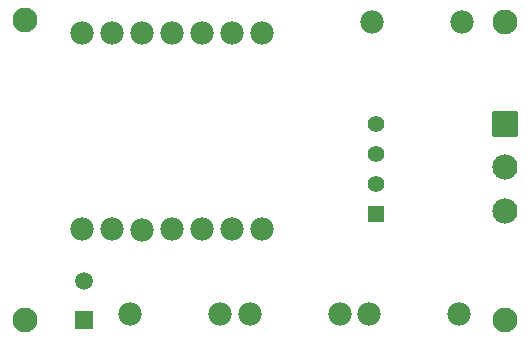
<source format=gbs>
G04 Layer: BottomSolderMaskLayer*
G04 EasyEDA v6.5.50, 2025-05-01 09:36:35*
G04 b635e82801d84c3784f216ba710eedd8,4ea17189a5af4923b0f09c00d4425dfb,10*
G04 Gerber Generator version 0.2*
G04 Scale: 100 percent, Rotated: No, Reflected: No *
G04 Dimensions in millimeters *
G04 leading zeros omitted , absolute positions ,4 integer and 5 decimal *
%FSLAX45Y45*%
%MOMM*%

%AMMACRO1*4,1,8,-0.6688,-0.6985,-0.6985,-0.6685,-0.6985,0.6688,-0.6688,0.6985,0.6685,0.6985,0.6985,0.6688,0.6985,-0.6685,0.6685,-0.6985,-0.6688,-0.6985,0*%
%AMMACRO2*4,1,8,-0.7196,-0.7493,-0.7493,-0.7193,-0.7493,0.7196,-0.7196,0.7493,0.7193,0.7493,0.7493,0.7196,0.7493,-0.7193,0.7193,-0.7493,-0.7196,-0.7493,0*%
%AMMACRO3*4,1,8,-1.0371,-1.0668,-1.0668,-1.0368,-1.0668,1.0371,-1.0371,1.0668,1.0368,1.0668,1.0668,1.0371,1.0668,-1.0368,1.0368,-1.0668,-1.0371,-1.0668,0*%
%ADD10C,1.9812*%
%ADD11MACRO1*%
%ADD12C,1.3970*%
%ADD13MACRO2*%
%ADD14C,1.4986*%
%ADD15MACRO3*%
%ADD16C,2.1336*%
%ADD17C,2.1016*%
%ADD18C,0.0113*%

%LPD*%
D10*
G01*
X4432300Y3860800D03*
G01*
X3670300Y3860800D03*
D11*
G01*
X3733800Y4711700D03*
D12*
G01*
X3733800Y4965700D03*
G01*
X3733800Y5219700D03*
G01*
X3733800Y5473700D03*
D13*
G01*
X1257300Y3810000D03*
D14*
G01*
X1257300Y4140200D03*
D10*
G01*
X3429000Y3860800D03*
G01*
X2667000Y3860800D03*
G01*
X3695700Y6337300D03*
G01*
X4457700Y6337300D03*
G01*
X1651000Y3860800D03*
G01*
X2413000Y3860800D03*
D15*
G01*
X4826025Y5473700D03*
D16*
G01*
X4825987Y5105400D03*
G01*
X4825987Y4737100D03*
D17*
G01*
X762000Y6350000D03*
G01*
X4826000Y3810000D03*
G01*
X4826000Y6337300D03*
G01*
X762000Y3810000D03*
D10*
G01*
X1498600Y4580204D03*
G01*
X1752600Y4580128D03*
G01*
X1244600Y4580204D03*
G01*
X2768600Y4580204D03*
G01*
X2514600Y4580204D03*
G01*
X2260600Y4580204D03*
G01*
X2006600Y4580204D03*
G01*
X1244600Y6240195D03*
G01*
X1498600Y6240195D03*
G01*
X1752600Y6240195D03*
G01*
X2006600Y6240195D03*
G01*
X2260600Y6240195D03*
G01*
X2514600Y6240195D03*
G01*
X2768600Y6240195D03*
M02*

</source>
